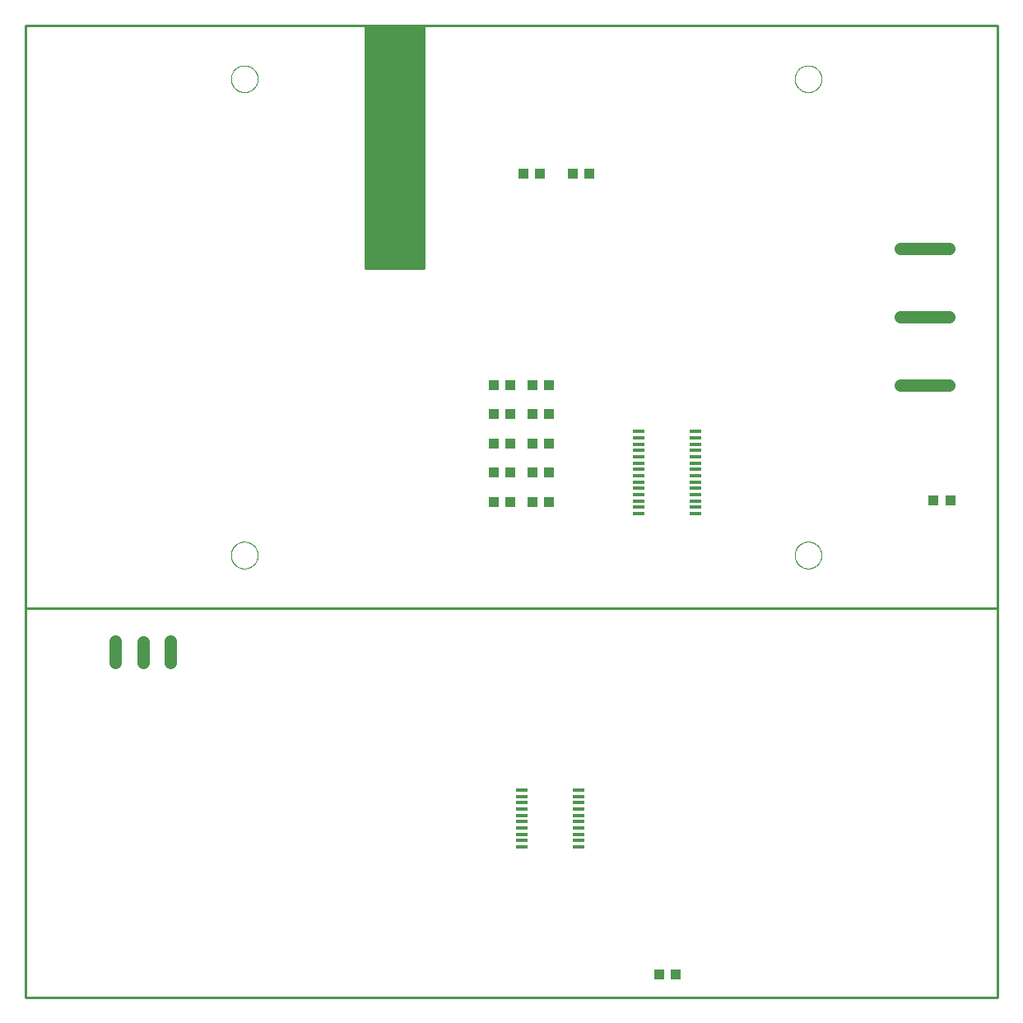
<source format=gbp>
G75*
%MOIN*%
%OFA0B0*%
%FSLAX25Y25*%
%IPPOS*%
%LPD*%
%AMOC8*
5,1,8,0,0,1.08239X$1,22.5*
%
%ADD10C,0.01000*%
%ADD11C,0.05000*%
%ADD12R,0.23622X0.98425*%
%ADD13C,0.00000*%
%ADD14R,0.04134X0.04252*%
%ADD15R,0.04724X0.01378*%
%ADD16R,0.04331X0.03937*%
%ADD17R,0.04724X0.01575*%
D10*
X0013061Y0050702D02*
X0013061Y0208182D01*
X0406762Y0208182D01*
X0406762Y0444402D01*
X0174478Y0444402D01*
X0150856Y0444402D01*
X0150856Y0345977D01*
X0174478Y0345977D01*
X0174478Y0444402D01*
X0150856Y0444402D02*
X0013061Y0444402D01*
X0013061Y0208182D01*
X0013061Y0050702D02*
X0406762Y0050702D01*
X0406762Y0208182D01*
D11*
X0387077Y0298733D02*
X0367392Y0298733D01*
X0367392Y0326292D02*
X0387077Y0326292D01*
X0387077Y0353851D02*
X0367392Y0353851D01*
X0071561Y0194952D02*
X0071561Y0186452D01*
X0060561Y0186202D02*
X0060561Y0194702D01*
X0049311Y0194952D02*
X0049311Y0186452D01*
D12*
X0162667Y0395190D03*
D13*
X0096231Y0422749D02*
X0096233Y0422896D01*
X0096239Y0423042D01*
X0096249Y0423188D01*
X0096263Y0423334D01*
X0096281Y0423480D01*
X0096302Y0423625D01*
X0096328Y0423769D01*
X0096358Y0423913D01*
X0096391Y0424055D01*
X0096428Y0424197D01*
X0096469Y0424338D01*
X0096514Y0424477D01*
X0096563Y0424616D01*
X0096615Y0424753D01*
X0096672Y0424888D01*
X0096731Y0425022D01*
X0096795Y0425154D01*
X0096862Y0425284D01*
X0096932Y0425413D01*
X0097006Y0425540D01*
X0097083Y0425664D01*
X0097164Y0425787D01*
X0097248Y0425907D01*
X0097335Y0426025D01*
X0097425Y0426140D01*
X0097518Y0426253D01*
X0097615Y0426364D01*
X0097714Y0426472D01*
X0097816Y0426577D01*
X0097921Y0426679D01*
X0098029Y0426778D01*
X0098140Y0426875D01*
X0098253Y0426968D01*
X0098368Y0427058D01*
X0098486Y0427145D01*
X0098606Y0427229D01*
X0098729Y0427310D01*
X0098853Y0427387D01*
X0098980Y0427461D01*
X0099109Y0427531D01*
X0099239Y0427598D01*
X0099371Y0427662D01*
X0099505Y0427721D01*
X0099640Y0427778D01*
X0099777Y0427830D01*
X0099916Y0427879D01*
X0100055Y0427924D01*
X0100196Y0427965D01*
X0100338Y0428002D01*
X0100480Y0428035D01*
X0100624Y0428065D01*
X0100768Y0428091D01*
X0100913Y0428112D01*
X0101059Y0428130D01*
X0101205Y0428144D01*
X0101351Y0428154D01*
X0101497Y0428160D01*
X0101644Y0428162D01*
X0101791Y0428160D01*
X0101937Y0428154D01*
X0102083Y0428144D01*
X0102229Y0428130D01*
X0102375Y0428112D01*
X0102520Y0428091D01*
X0102664Y0428065D01*
X0102808Y0428035D01*
X0102950Y0428002D01*
X0103092Y0427965D01*
X0103233Y0427924D01*
X0103372Y0427879D01*
X0103511Y0427830D01*
X0103648Y0427778D01*
X0103783Y0427721D01*
X0103917Y0427662D01*
X0104049Y0427598D01*
X0104179Y0427531D01*
X0104308Y0427461D01*
X0104435Y0427387D01*
X0104559Y0427310D01*
X0104682Y0427229D01*
X0104802Y0427145D01*
X0104920Y0427058D01*
X0105035Y0426968D01*
X0105148Y0426875D01*
X0105259Y0426778D01*
X0105367Y0426679D01*
X0105472Y0426577D01*
X0105574Y0426472D01*
X0105673Y0426364D01*
X0105770Y0426253D01*
X0105863Y0426140D01*
X0105953Y0426025D01*
X0106040Y0425907D01*
X0106124Y0425787D01*
X0106205Y0425664D01*
X0106282Y0425540D01*
X0106356Y0425413D01*
X0106426Y0425284D01*
X0106493Y0425154D01*
X0106557Y0425022D01*
X0106616Y0424888D01*
X0106673Y0424753D01*
X0106725Y0424616D01*
X0106774Y0424477D01*
X0106819Y0424338D01*
X0106860Y0424197D01*
X0106897Y0424055D01*
X0106930Y0423913D01*
X0106960Y0423769D01*
X0106986Y0423625D01*
X0107007Y0423480D01*
X0107025Y0423334D01*
X0107039Y0423188D01*
X0107049Y0423042D01*
X0107055Y0422896D01*
X0107057Y0422749D01*
X0107055Y0422602D01*
X0107049Y0422456D01*
X0107039Y0422310D01*
X0107025Y0422164D01*
X0107007Y0422018D01*
X0106986Y0421873D01*
X0106960Y0421729D01*
X0106930Y0421585D01*
X0106897Y0421443D01*
X0106860Y0421301D01*
X0106819Y0421160D01*
X0106774Y0421021D01*
X0106725Y0420882D01*
X0106673Y0420745D01*
X0106616Y0420610D01*
X0106557Y0420476D01*
X0106493Y0420344D01*
X0106426Y0420214D01*
X0106356Y0420085D01*
X0106282Y0419958D01*
X0106205Y0419834D01*
X0106124Y0419711D01*
X0106040Y0419591D01*
X0105953Y0419473D01*
X0105863Y0419358D01*
X0105770Y0419245D01*
X0105673Y0419134D01*
X0105574Y0419026D01*
X0105472Y0418921D01*
X0105367Y0418819D01*
X0105259Y0418720D01*
X0105148Y0418623D01*
X0105035Y0418530D01*
X0104920Y0418440D01*
X0104802Y0418353D01*
X0104682Y0418269D01*
X0104559Y0418188D01*
X0104435Y0418111D01*
X0104308Y0418037D01*
X0104179Y0417967D01*
X0104049Y0417900D01*
X0103917Y0417836D01*
X0103783Y0417777D01*
X0103648Y0417720D01*
X0103511Y0417668D01*
X0103372Y0417619D01*
X0103233Y0417574D01*
X0103092Y0417533D01*
X0102950Y0417496D01*
X0102808Y0417463D01*
X0102664Y0417433D01*
X0102520Y0417407D01*
X0102375Y0417386D01*
X0102229Y0417368D01*
X0102083Y0417354D01*
X0101937Y0417344D01*
X0101791Y0417338D01*
X0101644Y0417336D01*
X0101497Y0417338D01*
X0101351Y0417344D01*
X0101205Y0417354D01*
X0101059Y0417368D01*
X0100913Y0417386D01*
X0100768Y0417407D01*
X0100624Y0417433D01*
X0100480Y0417463D01*
X0100338Y0417496D01*
X0100196Y0417533D01*
X0100055Y0417574D01*
X0099916Y0417619D01*
X0099777Y0417668D01*
X0099640Y0417720D01*
X0099505Y0417777D01*
X0099371Y0417836D01*
X0099239Y0417900D01*
X0099109Y0417967D01*
X0098980Y0418037D01*
X0098853Y0418111D01*
X0098729Y0418188D01*
X0098606Y0418269D01*
X0098486Y0418353D01*
X0098368Y0418440D01*
X0098253Y0418530D01*
X0098140Y0418623D01*
X0098029Y0418720D01*
X0097921Y0418819D01*
X0097816Y0418921D01*
X0097714Y0419026D01*
X0097615Y0419134D01*
X0097518Y0419245D01*
X0097425Y0419358D01*
X0097335Y0419473D01*
X0097248Y0419591D01*
X0097164Y0419711D01*
X0097083Y0419834D01*
X0097006Y0419958D01*
X0096932Y0420085D01*
X0096862Y0420214D01*
X0096795Y0420344D01*
X0096731Y0420476D01*
X0096672Y0420610D01*
X0096615Y0420745D01*
X0096563Y0420882D01*
X0096514Y0421021D01*
X0096469Y0421160D01*
X0096428Y0421301D01*
X0096391Y0421443D01*
X0096358Y0421585D01*
X0096328Y0421729D01*
X0096302Y0421873D01*
X0096281Y0422018D01*
X0096263Y0422164D01*
X0096249Y0422310D01*
X0096239Y0422456D01*
X0096233Y0422602D01*
X0096231Y0422749D01*
X0096231Y0229835D02*
X0096233Y0229982D01*
X0096239Y0230128D01*
X0096249Y0230274D01*
X0096263Y0230420D01*
X0096281Y0230566D01*
X0096302Y0230711D01*
X0096328Y0230855D01*
X0096358Y0230999D01*
X0096391Y0231141D01*
X0096428Y0231283D01*
X0096469Y0231424D01*
X0096514Y0231563D01*
X0096563Y0231702D01*
X0096615Y0231839D01*
X0096672Y0231974D01*
X0096731Y0232108D01*
X0096795Y0232240D01*
X0096862Y0232370D01*
X0096932Y0232499D01*
X0097006Y0232626D01*
X0097083Y0232750D01*
X0097164Y0232873D01*
X0097248Y0232993D01*
X0097335Y0233111D01*
X0097425Y0233226D01*
X0097518Y0233339D01*
X0097615Y0233450D01*
X0097714Y0233558D01*
X0097816Y0233663D01*
X0097921Y0233765D01*
X0098029Y0233864D01*
X0098140Y0233961D01*
X0098253Y0234054D01*
X0098368Y0234144D01*
X0098486Y0234231D01*
X0098606Y0234315D01*
X0098729Y0234396D01*
X0098853Y0234473D01*
X0098980Y0234547D01*
X0099109Y0234617D01*
X0099239Y0234684D01*
X0099371Y0234748D01*
X0099505Y0234807D01*
X0099640Y0234864D01*
X0099777Y0234916D01*
X0099916Y0234965D01*
X0100055Y0235010D01*
X0100196Y0235051D01*
X0100338Y0235088D01*
X0100480Y0235121D01*
X0100624Y0235151D01*
X0100768Y0235177D01*
X0100913Y0235198D01*
X0101059Y0235216D01*
X0101205Y0235230D01*
X0101351Y0235240D01*
X0101497Y0235246D01*
X0101644Y0235248D01*
X0101791Y0235246D01*
X0101937Y0235240D01*
X0102083Y0235230D01*
X0102229Y0235216D01*
X0102375Y0235198D01*
X0102520Y0235177D01*
X0102664Y0235151D01*
X0102808Y0235121D01*
X0102950Y0235088D01*
X0103092Y0235051D01*
X0103233Y0235010D01*
X0103372Y0234965D01*
X0103511Y0234916D01*
X0103648Y0234864D01*
X0103783Y0234807D01*
X0103917Y0234748D01*
X0104049Y0234684D01*
X0104179Y0234617D01*
X0104308Y0234547D01*
X0104435Y0234473D01*
X0104559Y0234396D01*
X0104682Y0234315D01*
X0104802Y0234231D01*
X0104920Y0234144D01*
X0105035Y0234054D01*
X0105148Y0233961D01*
X0105259Y0233864D01*
X0105367Y0233765D01*
X0105472Y0233663D01*
X0105574Y0233558D01*
X0105673Y0233450D01*
X0105770Y0233339D01*
X0105863Y0233226D01*
X0105953Y0233111D01*
X0106040Y0232993D01*
X0106124Y0232873D01*
X0106205Y0232750D01*
X0106282Y0232626D01*
X0106356Y0232499D01*
X0106426Y0232370D01*
X0106493Y0232240D01*
X0106557Y0232108D01*
X0106616Y0231974D01*
X0106673Y0231839D01*
X0106725Y0231702D01*
X0106774Y0231563D01*
X0106819Y0231424D01*
X0106860Y0231283D01*
X0106897Y0231141D01*
X0106930Y0230999D01*
X0106960Y0230855D01*
X0106986Y0230711D01*
X0107007Y0230566D01*
X0107025Y0230420D01*
X0107039Y0230274D01*
X0107049Y0230128D01*
X0107055Y0229982D01*
X0107057Y0229835D01*
X0107055Y0229688D01*
X0107049Y0229542D01*
X0107039Y0229396D01*
X0107025Y0229250D01*
X0107007Y0229104D01*
X0106986Y0228959D01*
X0106960Y0228815D01*
X0106930Y0228671D01*
X0106897Y0228529D01*
X0106860Y0228387D01*
X0106819Y0228246D01*
X0106774Y0228107D01*
X0106725Y0227968D01*
X0106673Y0227831D01*
X0106616Y0227696D01*
X0106557Y0227562D01*
X0106493Y0227430D01*
X0106426Y0227300D01*
X0106356Y0227171D01*
X0106282Y0227044D01*
X0106205Y0226920D01*
X0106124Y0226797D01*
X0106040Y0226677D01*
X0105953Y0226559D01*
X0105863Y0226444D01*
X0105770Y0226331D01*
X0105673Y0226220D01*
X0105574Y0226112D01*
X0105472Y0226007D01*
X0105367Y0225905D01*
X0105259Y0225806D01*
X0105148Y0225709D01*
X0105035Y0225616D01*
X0104920Y0225526D01*
X0104802Y0225439D01*
X0104682Y0225355D01*
X0104559Y0225274D01*
X0104435Y0225197D01*
X0104308Y0225123D01*
X0104179Y0225053D01*
X0104049Y0224986D01*
X0103917Y0224922D01*
X0103783Y0224863D01*
X0103648Y0224806D01*
X0103511Y0224754D01*
X0103372Y0224705D01*
X0103233Y0224660D01*
X0103092Y0224619D01*
X0102950Y0224582D01*
X0102808Y0224549D01*
X0102664Y0224519D01*
X0102520Y0224493D01*
X0102375Y0224472D01*
X0102229Y0224454D01*
X0102083Y0224440D01*
X0101937Y0224430D01*
X0101791Y0224424D01*
X0101644Y0224422D01*
X0101497Y0224424D01*
X0101351Y0224430D01*
X0101205Y0224440D01*
X0101059Y0224454D01*
X0100913Y0224472D01*
X0100768Y0224493D01*
X0100624Y0224519D01*
X0100480Y0224549D01*
X0100338Y0224582D01*
X0100196Y0224619D01*
X0100055Y0224660D01*
X0099916Y0224705D01*
X0099777Y0224754D01*
X0099640Y0224806D01*
X0099505Y0224863D01*
X0099371Y0224922D01*
X0099239Y0224986D01*
X0099109Y0225053D01*
X0098980Y0225123D01*
X0098853Y0225197D01*
X0098729Y0225274D01*
X0098606Y0225355D01*
X0098486Y0225439D01*
X0098368Y0225526D01*
X0098253Y0225616D01*
X0098140Y0225709D01*
X0098029Y0225806D01*
X0097921Y0225905D01*
X0097816Y0226007D01*
X0097714Y0226112D01*
X0097615Y0226220D01*
X0097518Y0226331D01*
X0097425Y0226444D01*
X0097335Y0226559D01*
X0097248Y0226677D01*
X0097164Y0226797D01*
X0097083Y0226920D01*
X0097006Y0227044D01*
X0096932Y0227171D01*
X0096862Y0227300D01*
X0096795Y0227430D01*
X0096731Y0227562D01*
X0096672Y0227696D01*
X0096615Y0227831D01*
X0096563Y0227968D01*
X0096514Y0228107D01*
X0096469Y0228246D01*
X0096428Y0228387D01*
X0096391Y0228529D01*
X0096358Y0228671D01*
X0096328Y0228815D01*
X0096302Y0228959D01*
X0096281Y0229104D01*
X0096263Y0229250D01*
X0096249Y0229396D01*
X0096239Y0229542D01*
X0096233Y0229688D01*
X0096231Y0229835D01*
X0324577Y0229835D02*
X0324579Y0229982D01*
X0324585Y0230128D01*
X0324595Y0230274D01*
X0324609Y0230420D01*
X0324627Y0230566D01*
X0324648Y0230711D01*
X0324674Y0230855D01*
X0324704Y0230999D01*
X0324737Y0231141D01*
X0324774Y0231283D01*
X0324815Y0231424D01*
X0324860Y0231563D01*
X0324909Y0231702D01*
X0324961Y0231839D01*
X0325018Y0231974D01*
X0325077Y0232108D01*
X0325141Y0232240D01*
X0325208Y0232370D01*
X0325278Y0232499D01*
X0325352Y0232626D01*
X0325429Y0232750D01*
X0325510Y0232873D01*
X0325594Y0232993D01*
X0325681Y0233111D01*
X0325771Y0233226D01*
X0325864Y0233339D01*
X0325961Y0233450D01*
X0326060Y0233558D01*
X0326162Y0233663D01*
X0326267Y0233765D01*
X0326375Y0233864D01*
X0326486Y0233961D01*
X0326599Y0234054D01*
X0326714Y0234144D01*
X0326832Y0234231D01*
X0326952Y0234315D01*
X0327075Y0234396D01*
X0327199Y0234473D01*
X0327326Y0234547D01*
X0327455Y0234617D01*
X0327585Y0234684D01*
X0327717Y0234748D01*
X0327851Y0234807D01*
X0327986Y0234864D01*
X0328123Y0234916D01*
X0328262Y0234965D01*
X0328401Y0235010D01*
X0328542Y0235051D01*
X0328684Y0235088D01*
X0328826Y0235121D01*
X0328970Y0235151D01*
X0329114Y0235177D01*
X0329259Y0235198D01*
X0329405Y0235216D01*
X0329551Y0235230D01*
X0329697Y0235240D01*
X0329843Y0235246D01*
X0329990Y0235248D01*
X0330137Y0235246D01*
X0330283Y0235240D01*
X0330429Y0235230D01*
X0330575Y0235216D01*
X0330721Y0235198D01*
X0330866Y0235177D01*
X0331010Y0235151D01*
X0331154Y0235121D01*
X0331296Y0235088D01*
X0331438Y0235051D01*
X0331579Y0235010D01*
X0331718Y0234965D01*
X0331857Y0234916D01*
X0331994Y0234864D01*
X0332129Y0234807D01*
X0332263Y0234748D01*
X0332395Y0234684D01*
X0332525Y0234617D01*
X0332654Y0234547D01*
X0332781Y0234473D01*
X0332905Y0234396D01*
X0333028Y0234315D01*
X0333148Y0234231D01*
X0333266Y0234144D01*
X0333381Y0234054D01*
X0333494Y0233961D01*
X0333605Y0233864D01*
X0333713Y0233765D01*
X0333818Y0233663D01*
X0333920Y0233558D01*
X0334019Y0233450D01*
X0334116Y0233339D01*
X0334209Y0233226D01*
X0334299Y0233111D01*
X0334386Y0232993D01*
X0334470Y0232873D01*
X0334551Y0232750D01*
X0334628Y0232626D01*
X0334702Y0232499D01*
X0334772Y0232370D01*
X0334839Y0232240D01*
X0334903Y0232108D01*
X0334962Y0231974D01*
X0335019Y0231839D01*
X0335071Y0231702D01*
X0335120Y0231563D01*
X0335165Y0231424D01*
X0335206Y0231283D01*
X0335243Y0231141D01*
X0335276Y0230999D01*
X0335306Y0230855D01*
X0335332Y0230711D01*
X0335353Y0230566D01*
X0335371Y0230420D01*
X0335385Y0230274D01*
X0335395Y0230128D01*
X0335401Y0229982D01*
X0335403Y0229835D01*
X0335401Y0229688D01*
X0335395Y0229542D01*
X0335385Y0229396D01*
X0335371Y0229250D01*
X0335353Y0229104D01*
X0335332Y0228959D01*
X0335306Y0228815D01*
X0335276Y0228671D01*
X0335243Y0228529D01*
X0335206Y0228387D01*
X0335165Y0228246D01*
X0335120Y0228107D01*
X0335071Y0227968D01*
X0335019Y0227831D01*
X0334962Y0227696D01*
X0334903Y0227562D01*
X0334839Y0227430D01*
X0334772Y0227300D01*
X0334702Y0227171D01*
X0334628Y0227044D01*
X0334551Y0226920D01*
X0334470Y0226797D01*
X0334386Y0226677D01*
X0334299Y0226559D01*
X0334209Y0226444D01*
X0334116Y0226331D01*
X0334019Y0226220D01*
X0333920Y0226112D01*
X0333818Y0226007D01*
X0333713Y0225905D01*
X0333605Y0225806D01*
X0333494Y0225709D01*
X0333381Y0225616D01*
X0333266Y0225526D01*
X0333148Y0225439D01*
X0333028Y0225355D01*
X0332905Y0225274D01*
X0332781Y0225197D01*
X0332654Y0225123D01*
X0332525Y0225053D01*
X0332395Y0224986D01*
X0332263Y0224922D01*
X0332129Y0224863D01*
X0331994Y0224806D01*
X0331857Y0224754D01*
X0331718Y0224705D01*
X0331579Y0224660D01*
X0331438Y0224619D01*
X0331296Y0224582D01*
X0331154Y0224549D01*
X0331010Y0224519D01*
X0330866Y0224493D01*
X0330721Y0224472D01*
X0330575Y0224454D01*
X0330429Y0224440D01*
X0330283Y0224430D01*
X0330137Y0224424D01*
X0329990Y0224422D01*
X0329843Y0224424D01*
X0329697Y0224430D01*
X0329551Y0224440D01*
X0329405Y0224454D01*
X0329259Y0224472D01*
X0329114Y0224493D01*
X0328970Y0224519D01*
X0328826Y0224549D01*
X0328684Y0224582D01*
X0328542Y0224619D01*
X0328401Y0224660D01*
X0328262Y0224705D01*
X0328123Y0224754D01*
X0327986Y0224806D01*
X0327851Y0224863D01*
X0327717Y0224922D01*
X0327585Y0224986D01*
X0327455Y0225053D01*
X0327326Y0225123D01*
X0327199Y0225197D01*
X0327075Y0225274D01*
X0326952Y0225355D01*
X0326832Y0225439D01*
X0326714Y0225526D01*
X0326599Y0225616D01*
X0326486Y0225709D01*
X0326375Y0225806D01*
X0326267Y0225905D01*
X0326162Y0226007D01*
X0326060Y0226112D01*
X0325961Y0226220D01*
X0325864Y0226331D01*
X0325771Y0226444D01*
X0325681Y0226559D01*
X0325594Y0226677D01*
X0325510Y0226797D01*
X0325429Y0226920D01*
X0325352Y0227044D01*
X0325278Y0227171D01*
X0325208Y0227300D01*
X0325141Y0227430D01*
X0325077Y0227562D01*
X0325018Y0227696D01*
X0324961Y0227831D01*
X0324909Y0227968D01*
X0324860Y0228107D01*
X0324815Y0228246D01*
X0324774Y0228387D01*
X0324737Y0228529D01*
X0324704Y0228671D01*
X0324674Y0228815D01*
X0324648Y0228959D01*
X0324627Y0229104D01*
X0324609Y0229250D01*
X0324595Y0229396D01*
X0324585Y0229542D01*
X0324579Y0229688D01*
X0324577Y0229835D01*
X0324577Y0422749D02*
X0324579Y0422896D01*
X0324585Y0423042D01*
X0324595Y0423188D01*
X0324609Y0423334D01*
X0324627Y0423480D01*
X0324648Y0423625D01*
X0324674Y0423769D01*
X0324704Y0423913D01*
X0324737Y0424055D01*
X0324774Y0424197D01*
X0324815Y0424338D01*
X0324860Y0424477D01*
X0324909Y0424616D01*
X0324961Y0424753D01*
X0325018Y0424888D01*
X0325077Y0425022D01*
X0325141Y0425154D01*
X0325208Y0425284D01*
X0325278Y0425413D01*
X0325352Y0425540D01*
X0325429Y0425664D01*
X0325510Y0425787D01*
X0325594Y0425907D01*
X0325681Y0426025D01*
X0325771Y0426140D01*
X0325864Y0426253D01*
X0325961Y0426364D01*
X0326060Y0426472D01*
X0326162Y0426577D01*
X0326267Y0426679D01*
X0326375Y0426778D01*
X0326486Y0426875D01*
X0326599Y0426968D01*
X0326714Y0427058D01*
X0326832Y0427145D01*
X0326952Y0427229D01*
X0327075Y0427310D01*
X0327199Y0427387D01*
X0327326Y0427461D01*
X0327455Y0427531D01*
X0327585Y0427598D01*
X0327717Y0427662D01*
X0327851Y0427721D01*
X0327986Y0427778D01*
X0328123Y0427830D01*
X0328262Y0427879D01*
X0328401Y0427924D01*
X0328542Y0427965D01*
X0328684Y0428002D01*
X0328826Y0428035D01*
X0328970Y0428065D01*
X0329114Y0428091D01*
X0329259Y0428112D01*
X0329405Y0428130D01*
X0329551Y0428144D01*
X0329697Y0428154D01*
X0329843Y0428160D01*
X0329990Y0428162D01*
X0330137Y0428160D01*
X0330283Y0428154D01*
X0330429Y0428144D01*
X0330575Y0428130D01*
X0330721Y0428112D01*
X0330866Y0428091D01*
X0331010Y0428065D01*
X0331154Y0428035D01*
X0331296Y0428002D01*
X0331438Y0427965D01*
X0331579Y0427924D01*
X0331718Y0427879D01*
X0331857Y0427830D01*
X0331994Y0427778D01*
X0332129Y0427721D01*
X0332263Y0427662D01*
X0332395Y0427598D01*
X0332525Y0427531D01*
X0332654Y0427461D01*
X0332781Y0427387D01*
X0332905Y0427310D01*
X0333028Y0427229D01*
X0333148Y0427145D01*
X0333266Y0427058D01*
X0333381Y0426968D01*
X0333494Y0426875D01*
X0333605Y0426778D01*
X0333713Y0426679D01*
X0333818Y0426577D01*
X0333920Y0426472D01*
X0334019Y0426364D01*
X0334116Y0426253D01*
X0334209Y0426140D01*
X0334299Y0426025D01*
X0334386Y0425907D01*
X0334470Y0425787D01*
X0334551Y0425664D01*
X0334628Y0425540D01*
X0334702Y0425413D01*
X0334772Y0425284D01*
X0334839Y0425154D01*
X0334903Y0425022D01*
X0334962Y0424888D01*
X0335019Y0424753D01*
X0335071Y0424616D01*
X0335120Y0424477D01*
X0335165Y0424338D01*
X0335206Y0424197D01*
X0335243Y0424055D01*
X0335276Y0423913D01*
X0335306Y0423769D01*
X0335332Y0423625D01*
X0335353Y0423480D01*
X0335371Y0423334D01*
X0335385Y0423188D01*
X0335395Y0423042D01*
X0335401Y0422896D01*
X0335403Y0422749D01*
X0335401Y0422602D01*
X0335395Y0422456D01*
X0335385Y0422310D01*
X0335371Y0422164D01*
X0335353Y0422018D01*
X0335332Y0421873D01*
X0335306Y0421729D01*
X0335276Y0421585D01*
X0335243Y0421443D01*
X0335206Y0421301D01*
X0335165Y0421160D01*
X0335120Y0421021D01*
X0335071Y0420882D01*
X0335019Y0420745D01*
X0334962Y0420610D01*
X0334903Y0420476D01*
X0334839Y0420344D01*
X0334772Y0420214D01*
X0334702Y0420085D01*
X0334628Y0419958D01*
X0334551Y0419834D01*
X0334470Y0419711D01*
X0334386Y0419591D01*
X0334299Y0419473D01*
X0334209Y0419358D01*
X0334116Y0419245D01*
X0334019Y0419134D01*
X0333920Y0419026D01*
X0333818Y0418921D01*
X0333713Y0418819D01*
X0333605Y0418720D01*
X0333494Y0418623D01*
X0333381Y0418530D01*
X0333266Y0418440D01*
X0333148Y0418353D01*
X0333028Y0418269D01*
X0332905Y0418188D01*
X0332781Y0418111D01*
X0332654Y0418037D01*
X0332525Y0417967D01*
X0332395Y0417900D01*
X0332263Y0417836D01*
X0332129Y0417777D01*
X0331994Y0417720D01*
X0331857Y0417668D01*
X0331718Y0417619D01*
X0331579Y0417574D01*
X0331438Y0417533D01*
X0331296Y0417496D01*
X0331154Y0417463D01*
X0331010Y0417433D01*
X0330866Y0417407D01*
X0330721Y0417386D01*
X0330575Y0417368D01*
X0330429Y0417354D01*
X0330283Y0417344D01*
X0330137Y0417338D01*
X0329990Y0417336D01*
X0329843Y0417338D01*
X0329697Y0417344D01*
X0329551Y0417354D01*
X0329405Y0417368D01*
X0329259Y0417386D01*
X0329114Y0417407D01*
X0328970Y0417433D01*
X0328826Y0417463D01*
X0328684Y0417496D01*
X0328542Y0417533D01*
X0328401Y0417574D01*
X0328262Y0417619D01*
X0328123Y0417668D01*
X0327986Y0417720D01*
X0327851Y0417777D01*
X0327717Y0417836D01*
X0327585Y0417900D01*
X0327455Y0417967D01*
X0327326Y0418037D01*
X0327199Y0418111D01*
X0327075Y0418188D01*
X0326952Y0418269D01*
X0326832Y0418353D01*
X0326714Y0418440D01*
X0326599Y0418530D01*
X0326486Y0418623D01*
X0326375Y0418720D01*
X0326267Y0418819D01*
X0326162Y0418921D01*
X0326060Y0419026D01*
X0325961Y0419134D01*
X0325864Y0419245D01*
X0325771Y0419358D01*
X0325681Y0419473D01*
X0325594Y0419591D01*
X0325510Y0419711D01*
X0325429Y0419834D01*
X0325352Y0419958D01*
X0325278Y0420085D01*
X0325208Y0420214D01*
X0325141Y0420344D01*
X0325077Y0420476D01*
X0325018Y0420610D01*
X0324961Y0420745D01*
X0324909Y0420882D01*
X0324860Y0421021D01*
X0324815Y0421160D01*
X0324774Y0421301D01*
X0324737Y0421443D01*
X0324704Y0421585D01*
X0324674Y0421729D01*
X0324648Y0421873D01*
X0324627Y0422018D01*
X0324609Y0422164D01*
X0324595Y0422310D01*
X0324585Y0422456D01*
X0324579Y0422602D01*
X0324577Y0422749D01*
D14*
X0241506Y0384402D03*
X0234616Y0384402D03*
X0221506Y0384402D03*
X0214616Y0384402D03*
X0218278Y0298733D03*
X0225167Y0298733D03*
X0225167Y0286922D03*
X0218278Y0286922D03*
X0209419Y0286922D03*
X0202530Y0286922D03*
X0202530Y0298733D03*
X0209419Y0298733D03*
X0209419Y0275111D03*
X0202530Y0275111D03*
X0202530Y0263300D03*
X0209419Y0263300D03*
X0218278Y0263300D03*
X0225167Y0263300D03*
X0225167Y0251489D03*
X0218278Y0251489D03*
X0209419Y0251489D03*
X0202530Y0251489D03*
X0218278Y0275111D03*
X0225167Y0275111D03*
X0380817Y0251902D03*
X0387707Y0251902D03*
D15*
X0284321Y0251784D03*
X0284321Y0249225D03*
X0284321Y0246666D03*
X0284321Y0254343D03*
X0284321Y0256902D03*
X0284321Y0259461D03*
X0284321Y0262020D03*
X0284321Y0264580D03*
X0284321Y0267139D03*
X0284321Y0269698D03*
X0284321Y0272257D03*
X0284321Y0274816D03*
X0284321Y0277375D03*
X0284321Y0279934D03*
X0261486Y0279934D03*
X0261486Y0277375D03*
X0261486Y0274816D03*
X0261486Y0272257D03*
X0261486Y0269698D03*
X0261486Y0267139D03*
X0261486Y0264580D03*
X0261486Y0262020D03*
X0261486Y0259461D03*
X0261486Y0256902D03*
X0261486Y0254343D03*
X0261486Y0251784D03*
X0261486Y0249225D03*
X0261486Y0246666D03*
D16*
X0269715Y0059952D03*
X0276407Y0059952D03*
D17*
X0236978Y0111686D03*
X0236978Y0114245D03*
X0236978Y0116804D03*
X0236978Y0119363D03*
X0236978Y0121922D03*
X0236978Y0124481D03*
X0236978Y0127040D03*
X0236978Y0129599D03*
X0236978Y0132158D03*
X0236978Y0134717D03*
X0214144Y0134717D03*
X0214144Y0132158D03*
X0214144Y0129599D03*
X0214144Y0127040D03*
X0214144Y0124481D03*
X0214144Y0121922D03*
X0214144Y0119363D03*
X0214144Y0116804D03*
X0214144Y0114245D03*
X0214144Y0111686D03*
M02*

</source>
